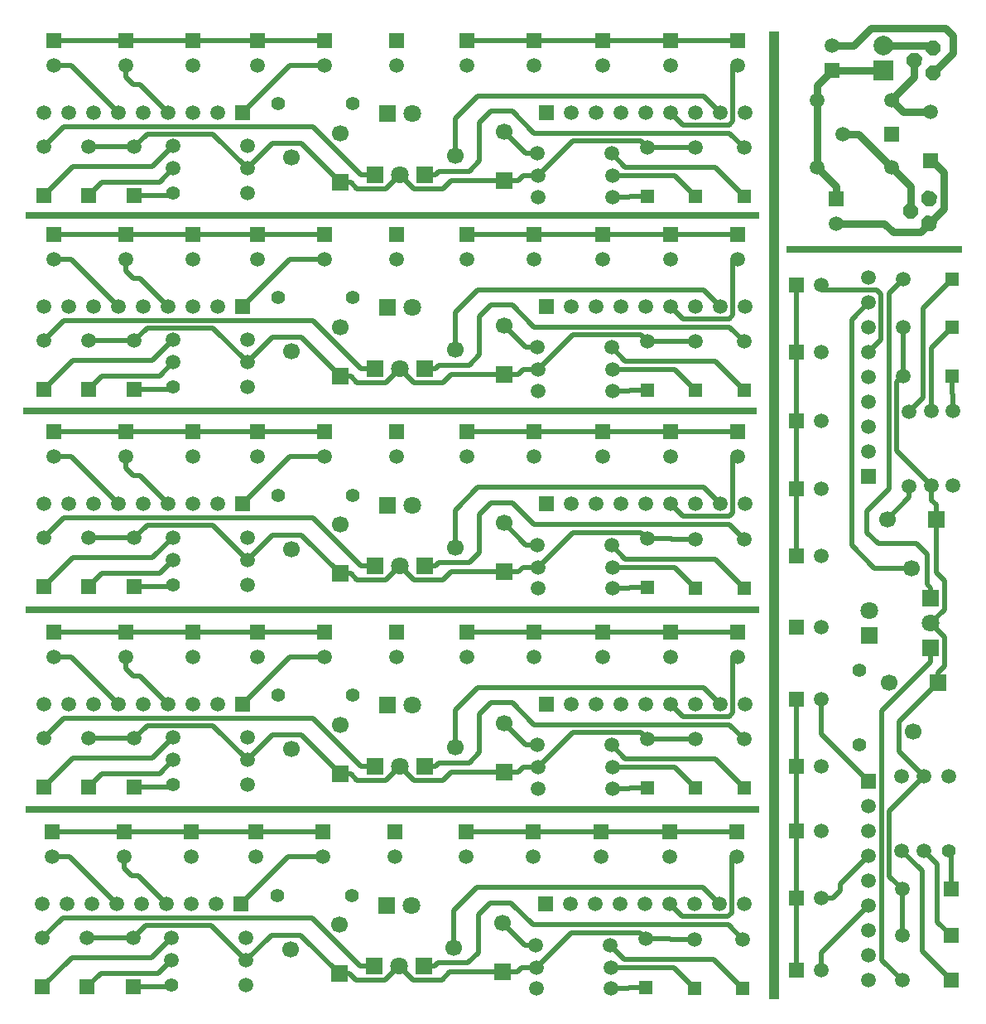
<source format=gbl>
G04 Layer_Physical_Order=2*
G04 Layer_Color=16711680*
%FSLAX25Y25*%
%MOIN*%
G70*
G01*
G75*
%ADD10C,0.03000*%
%ADD11C,0.02000*%
%ADD12R,0.70866X0.02756*%
%ADD13R,2.95276X0.02756*%
%ADD14R,2.95276X0.03150*%
%ADD15R,0.03937X3.89764*%
%ADD16R,0.05905X0.05905*%
%ADD17C,0.05905*%
%ADD18R,0.05905X0.05905*%
%ADD19C,0.07874*%
%ADD20R,0.07874X0.07874*%
%ADD21R,0.05315X0.05315*%
%ADD22R,0.06693X0.06693*%
%ADD23C,0.06693*%
%ADD24C,0.05512*%
%ADD25R,0.07087X0.07087*%
%ADD26C,0.07087*%
%ADD27R,0.05315X0.05315*%
%ADD28R,0.06693X0.06693*%
%ADD29R,0.07087X0.07087*%
G36*
X370958Y388928D02*
X372664Y387066D01*
X372554Y384542D01*
X370692Y382836D01*
X368168Y382946D01*
X366462Y384808D01*
X366572Y387332D01*
X368434Y389038D01*
X370958Y388928D01*
D02*
G37*
G36*
X363458Y383928D02*
X365164Y382066D01*
X365054Y379542D01*
X363192Y377836D01*
X360668Y377946D01*
X358962Y379808D01*
X359072Y382332D01*
X360934Y384038D01*
X363458Y383928D01*
D02*
G37*
G36*
X370958Y378928D02*
X372664Y377066D01*
X372554Y374542D01*
X370692Y372836D01*
X368168Y372946D01*
X366462Y374808D01*
X366572Y377332D01*
X368434Y379038D01*
X370958Y378928D01*
D02*
G37*
G36*
X369458Y328428D02*
X371164Y326566D01*
X371054Y324042D01*
X369192Y322336D01*
X366668Y322446D01*
X364962Y324308D01*
X365072Y326832D01*
X366934Y328538D01*
X369458Y328428D01*
D02*
G37*
G36*
X361958Y323428D02*
X363664Y321566D01*
X363554Y319042D01*
X361692Y317336D01*
X359168Y317446D01*
X357462Y319308D01*
X357572Y321832D01*
X359434Y323538D01*
X361958Y323428D01*
D02*
G37*
G36*
X369458Y318428D02*
X371164Y316566D01*
X371054Y314042D01*
X369192Y312336D01*
X366668Y312446D01*
X364962Y314308D01*
X365072Y316832D01*
X366934Y318538D01*
X369458Y318428D01*
D02*
G37*
D10*
X323063Y337937D02*
Y364937D01*
Y370937D01*
X329063Y376937D01*
X333221Y351437D02*
X339563D01*
X353063Y337937D01*
X330563Y315437D02*
X350063D01*
X353563Y311937D01*
X364563D01*
X368063Y315437D01*
X360563Y320437D02*
Y330437D01*
X353063Y337937D02*
X360563Y330437D01*
X368063Y315437D02*
X374063Y321437D01*
Y335937D01*
X369406Y340595D02*
X374063Y335937D01*
X368563Y340595D02*
X369406D01*
X357720Y360279D02*
X368563D01*
X353063Y364937D02*
X357720Y360279D01*
X329063Y386937D02*
X337563D01*
X377563Y383937D02*
Y390937D01*
X369563Y375937D02*
X377563Y383937D01*
X353063Y364937D02*
Y365437D01*
X362063Y374437D01*
Y380937D01*
X329063Y376937D02*
X349563D01*
Y386937D02*
X368563D01*
X369563Y385937D01*
X323063Y337937D02*
X330563Y330437D01*
Y325437D02*
Y330437D01*
X374563Y393937D02*
X377563Y390937D01*
X344563Y393937D02*
X374563D01*
X337563Y386937D02*
X344563Y393937D01*
D11*
X376843Y47500D02*
Y62157D01*
X314500Y71000D02*
Y97000D01*
Y44000D02*
Y71000D01*
Y97000D02*
Y124000D01*
Y15000D02*
Y44000D01*
X370843Y196343D02*
Y202200D01*
X369000Y204043D02*
X370843Y202200D01*
X369000Y204043D02*
Y210000D01*
X357157Y29000D02*
Y47500D01*
X357500Y254000D02*
Y263600D01*
X357657Y263757D01*
Y273500D01*
X314500Y181500D02*
Y208500D01*
Y236000D01*
Y263500D01*
Y290500D01*
X377500Y240000D02*
Y246800D01*
X377185Y247115D02*
X377500Y246800D01*
X377185Y247115D02*
Y254000D01*
X370843Y175057D02*
Y196343D01*
Y175057D02*
X374100Y171800D01*
Y160100D02*
Y171800D01*
X368500Y154500D02*
X374100Y160100D01*
X371500Y130500D02*
Y134600D01*
X374100Y137200D01*
Y148900D01*
X368500Y154500D02*
X374100Y148900D01*
X368500Y164500D02*
Y168800D01*
X367100Y170200D02*
X368500Y168800D01*
X367100Y170200D02*
Y182400D01*
X363000Y186500D02*
X367100Y182400D01*
X347600Y186500D02*
X363000D01*
X343000Y191100D02*
X347600Y186500D01*
X343000Y191100D02*
Y199700D01*
X351800Y208500D01*
Y287143D01*
X357657Y293000D01*
X351157Y196343D02*
X360000Y205185D01*
Y209600D01*
X352047Y79047D02*
X366000Y93000D01*
X352047Y52610D02*
Y79047D01*
Y52610D02*
X357157Y47500D01*
X349047Y19110D02*
X357157Y11000D01*
X349047Y19110D02*
Y119447D01*
X368500Y138900D01*
Y144500D01*
X357000Y63000D02*
X365100Y54900D01*
Y22743D02*
Y54900D01*
Y22743D02*
X376843Y11000D01*
X371400Y34443D02*
X376843Y29000D01*
X371400Y34443D02*
Y57600D01*
X366000Y63000D02*
X371400Y57600D01*
X324500Y110000D02*
X343500Y91000D01*
X324500Y110000D02*
Y124000D01*
X346000Y176657D02*
X361000D01*
X336800Y185857D02*
X346000Y176657D01*
X336800Y185857D02*
Y276800D01*
X343500Y283500D01*
X332100Y49600D02*
X343500Y61000D01*
X332100Y47000D02*
Y49600D01*
X329100Y44000D02*
X332100Y47000D01*
X324500Y44000D02*
X329100D01*
X324500Y15000D02*
Y22000D01*
X343500Y41000D01*
Y263500D02*
X348500Y268500D01*
Y287000D01*
X347000Y288500D02*
X348500Y287000D01*
X324500Y288500D02*
Y290500D01*
X369000Y240000D02*
Y265157D01*
X377343Y273500D01*
X355900Y103100D02*
X366000Y93000D01*
X355900Y103100D02*
Y114900D01*
X371500Y130500D01*
X355000Y251500D02*
X357500Y254000D01*
X355000Y224000D02*
Y251500D01*
Y224000D02*
X369000Y210000D01*
X365600Y281257D02*
X377343Y293000D01*
X365600Y245200D02*
Y281257D01*
X360000Y239600D02*
X365600Y245200D01*
X376000Y63000D02*
X376843Y62157D01*
X324500Y288500D02*
X347000D01*
X48000Y326657D02*
X62657D01*
X71500Y389000D02*
X97500D01*
X44500D02*
X71500D01*
X97500D02*
X124500D01*
X15500D02*
X44500D01*
X196843Y332657D02*
X202700D01*
X204543Y334500D01*
X210500D01*
X29500Y346343D02*
X48000D01*
X254500Y346000D02*
X264100D01*
X264257Y345843D01*
X274000D01*
X182000Y389000D02*
X209000D01*
X236500D01*
X264000D01*
X291000D01*
X240500Y326000D02*
X247300D01*
X247615Y326315D01*
X254500D01*
X175557Y332657D02*
X196843D01*
X172300Y329400D02*
X175557Y332657D01*
X160600Y329400D02*
X172300D01*
X155000Y335000D02*
X160600Y329400D01*
X131000Y332000D02*
X135100D01*
X137700Y329400D01*
X149400D01*
X155000Y335000D01*
X165000D02*
X169300D01*
X170700Y336400D01*
X182900D01*
X187000Y340500D01*
Y355900D01*
X191600Y360500D01*
X200200D01*
X209000Y351700D01*
X287643D01*
X293500Y345843D01*
X196843Y352343D02*
X205685Y343500D01*
X210100D01*
X79547Y351453D02*
X93500Y337500D01*
X53110Y351453D02*
X79547D01*
X48000Y346343D02*
X53110Y351453D01*
X11500Y346343D02*
X19610Y354453D01*
X119947D01*
X139400Y335000D01*
X145000D01*
X55400Y338400D02*
X63500Y346500D01*
X23243Y338400D02*
X55400D01*
X11500Y326657D02*
X23243Y338400D01*
X29500Y326657D02*
X34943Y332100D01*
X58100D01*
X63500Y337500D01*
X91500Y360000D02*
X110500Y379000D01*
X124500D01*
X177157Y342500D02*
Y357500D01*
X186357Y366700D01*
X277300D01*
X284000Y360000D01*
X50100Y371400D02*
X61500Y360000D01*
X47500Y371400D02*
X50100D01*
X44500Y374400D02*
X47500Y371400D01*
X44500Y374400D02*
Y379000D01*
X15500D02*
X22500D01*
X41500Y360000D01*
X264000D02*
X269000Y355000D01*
X287500D01*
X289000Y356500D01*
Y379000D02*
X291000D01*
X240500Y334500D02*
X265657D01*
X274000Y326157D01*
X93500Y337500D02*
X103600Y347600D01*
X115400D01*
X131000Y332000D01*
X252000Y348500D02*
X254500Y346000D01*
X224500Y348500D02*
X252000D01*
X210500Y334500D02*
X224500Y348500D01*
X281757Y337900D02*
X293500Y326157D01*
X245700Y337900D02*
X281757D01*
X240100Y343500D02*
X245700Y337900D01*
X62657Y326657D02*
X63500Y327500D01*
X289000Y356500D02*
Y379000D01*
X48000Y248657D02*
X62657D01*
X71500Y311000D02*
X97500D01*
X44500D02*
X71500D01*
X97500D02*
X124500D01*
X15500D02*
X44500D01*
X196843Y254657D02*
X202700D01*
X204543Y256500D01*
X210500D01*
X29500Y268343D02*
X48000D01*
X254500Y268000D02*
X264100D01*
X264257Y267843D01*
X274000D01*
X182000Y311000D02*
X209000D01*
X236500D01*
X264000D01*
X291000D01*
X240500Y248000D02*
X247300D01*
X247615Y248315D01*
X254500D01*
X175557Y254657D02*
X196843D01*
X172300Y251400D02*
X175557Y254657D01*
X160600Y251400D02*
X172300D01*
X155000Y257000D02*
X160600Y251400D01*
X131000Y254000D02*
X135100D01*
X137700Y251400D01*
X149400D01*
X155000Y257000D01*
X165000D02*
X169300D01*
X170700Y258400D01*
X182900D01*
X187000Y262500D01*
Y277900D01*
X191600Y282500D01*
X200200D01*
X209000Y273700D01*
X287643D01*
X293500Y267843D01*
X196843Y274343D02*
X205685Y265500D01*
X210100D01*
X79547Y273453D02*
X93500Y259500D01*
X53110Y273453D02*
X79547D01*
X48000Y268343D02*
X53110Y273453D01*
X11500Y268343D02*
X19610Y276453D01*
X119947D01*
X139400Y257000D01*
X145000D01*
X55400Y260400D02*
X63500Y268500D01*
X23243Y260400D02*
X55400D01*
X11500Y248657D02*
X23243Y260400D01*
X29500Y248657D02*
X34943Y254100D01*
X58100D01*
X63500Y259500D01*
X91500Y282000D02*
X110500Y301000D01*
X124500D01*
X177157Y264500D02*
Y279500D01*
X186357Y288700D01*
X277300D01*
X284000Y282000D01*
X50100Y293400D02*
X61500Y282000D01*
X47500Y293400D02*
X50100D01*
X44500Y296400D02*
X47500Y293400D01*
X44500Y296400D02*
Y301000D01*
X15500D02*
X22500D01*
X41500Y282000D01*
X264000D02*
X269000Y277000D01*
X287500D01*
X289000Y278500D01*
Y301000D02*
X291000D01*
X240500Y256500D02*
X265657D01*
X274000Y248157D01*
X93500Y259500D02*
X103600Y269600D01*
X115400D01*
X131000Y254000D01*
X252000Y270500D02*
X254500Y268000D01*
X224500Y270500D02*
X252000D01*
X210500Y256500D02*
X224500Y270500D01*
X281757Y259900D02*
X293500Y248157D01*
X245700Y259900D02*
X281757D01*
X240100Y265500D02*
X245700Y259900D01*
X62657Y248657D02*
X63500Y249500D01*
X289000Y278500D02*
Y301000D01*
X48000Y169157D02*
X62657D01*
X71500Y231500D02*
X97500D01*
X44500D02*
X71500D01*
X97500D02*
X124500D01*
X15500D02*
X44500D01*
X196843Y175157D02*
X202700D01*
X204543Y177000D01*
X210500D01*
X29500Y188843D02*
X48000D01*
X254500Y188500D02*
X264100D01*
X264257Y188343D01*
X274000D01*
X182000Y231500D02*
X209000D01*
X236500D01*
X264000D01*
X291000D01*
X240500Y168500D02*
X247300D01*
X247615Y168815D01*
X254500D01*
X175557Y175157D02*
X196843D01*
X172300Y171900D02*
X175557Y175157D01*
X160600Y171900D02*
X172300D01*
X155000Y177500D02*
X160600Y171900D01*
X131000Y174500D02*
X135100D01*
X137700Y171900D01*
X149400D01*
X155000Y177500D01*
X165000D02*
X169300D01*
X170700Y178900D01*
X182900D01*
X187000Y183000D01*
Y198400D01*
X191600Y203000D01*
X200200D01*
X209000Y194200D01*
X287643D01*
X293500Y188343D01*
X196843Y194843D02*
X205685Y186000D01*
X210100D01*
X79547Y193953D02*
X93500Y180000D01*
X53110Y193953D02*
X79547D01*
X48000Y188843D02*
X53110Y193953D01*
X11500Y188843D02*
X19610Y196953D01*
X119947D01*
X139400Y177500D01*
X145000D01*
X55400Y180900D02*
X63500Y189000D01*
X23243Y180900D02*
X55400D01*
X11500Y169157D02*
X23243Y180900D01*
X29500Y169157D02*
X34943Y174600D01*
X58100D01*
X63500Y180000D01*
X91500Y202500D02*
X110500Y221500D01*
X124500D01*
X177157Y185000D02*
Y200000D01*
X186357Y209200D01*
X277300D01*
X284000Y202500D01*
X50100Y213900D02*
X61500Y202500D01*
X47500Y213900D02*
X50100D01*
X44500Y216900D02*
X47500Y213900D01*
X44500Y216900D02*
Y221500D01*
X15500D02*
X22500D01*
X41500Y202500D01*
X264000D02*
X269000Y197500D01*
X287500D01*
X289000Y199000D01*
Y221500D02*
X291000D01*
X240500Y177000D02*
X265657D01*
X274000Y168657D01*
X93500Y180000D02*
X103600Y190100D01*
X115400D01*
X131000Y174500D01*
X252000Y191000D02*
X254500Y188500D01*
X224500Y191000D02*
X252000D01*
X210500Y177000D02*
X224500Y191000D01*
X281757Y180400D02*
X293500Y168657D01*
X245700Y180400D02*
X281757D01*
X240100Y186000D02*
X245700Y180400D01*
X62657Y169157D02*
X63500Y170000D01*
X289000Y199000D02*
Y221500D01*
X48000Y88657D02*
X62657D01*
X71500Y151000D02*
X97500D01*
X44500D02*
X71500D01*
X97500D02*
X124500D01*
X15500D02*
X44500D01*
X196843Y94657D02*
X202700D01*
X204543Y96500D01*
X210500D01*
X29500Y108343D02*
X48000D01*
X254500Y108000D02*
X264100D01*
X264257Y107843D01*
X274000D01*
X182000Y151000D02*
X209000D01*
X236500D01*
X264000D01*
X291000D01*
X240500Y88000D02*
X247300D01*
X247615Y88315D01*
X254500D01*
X175557Y94657D02*
X196843D01*
X172300Y91400D02*
X175557Y94657D01*
X160600Y91400D02*
X172300D01*
X155000Y97000D02*
X160600Y91400D01*
X131000Y94000D02*
X135100D01*
X137700Y91400D01*
X149400D01*
X155000Y97000D01*
X165000D02*
X169300D01*
X170700Y98400D01*
X182900D01*
X187000Y102500D01*
Y117900D01*
X191600Y122500D01*
X200200D01*
X209000Y113700D01*
X287643D01*
X293500Y107843D01*
X196843Y114343D02*
X205685Y105500D01*
X210100D01*
X79547Y113453D02*
X93500Y99500D01*
X53110Y113453D02*
X79547D01*
X48000Y108343D02*
X53110Y113453D01*
X11500Y108343D02*
X19610Y116453D01*
X119947D01*
X139400Y97000D01*
X145000D01*
X55400Y100400D02*
X63500Y108500D01*
X23243Y100400D02*
X55400D01*
X11500Y88657D02*
X23243Y100400D01*
X29500Y88657D02*
X34943Y94100D01*
X58100D01*
X63500Y99500D01*
X91500Y122000D02*
X110500Y141000D01*
X124500D01*
X177157Y104500D02*
Y119500D01*
X186357Y128700D01*
X277300D01*
X284000Y122000D01*
X50100Y133400D02*
X61500Y122000D01*
X47500Y133400D02*
X50100D01*
X44500Y136400D02*
X47500Y133400D01*
X44500Y136400D02*
Y141000D01*
X15500D02*
X22500D01*
X41500Y122000D01*
X264000D02*
X269000Y117000D01*
X287500D01*
X289000Y118500D01*
Y141000D02*
X291000D01*
X240500Y96500D02*
X265657D01*
X274000Y88157D01*
X93500Y99500D02*
X103600Y109600D01*
X115400D01*
X131000Y94000D01*
X252000Y110500D02*
X254500Y108000D01*
X224500Y110500D02*
X252000D01*
X210500Y96500D02*
X224500Y110500D01*
X281757Y99900D02*
X293500Y88157D01*
X245700Y99900D02*
X281757D01*
X240100Y105500D02*
X245700Y99900D01*
X62657Y88657D02*
X63500Y89500D01*
X289000Y118500D02*
Y141000D01*
X288500Y38000D02*
Y60500D01*
X62157Y8157D02*
X63000Y9000D01*
X239600Y25000D02*
X245200Y19400D01*
X281257D01*
X293000Y7657D01*
X210000Y16000D02*
X224000Y30000D01*
X251500D01*
X254000Y27500D01*
X114900Y29100D02*
X130500Y13500D01*
X103100Y29100D02*
X114900D01*
X93000Y19000D02*
X103100Y29100D01*
X265157Y16000D02*
X273500Y7657D01*
X240000Y16000D02*
X265157D01*
X288500Y60500D02*
X290500D01*
X287000Y36500D02*
X288500Y38000D01*
X268500Y36500D02*
X287000D01*
X263500Y41500D02*
X268500Y36500D01*
X22000Y60500D02*
X41000Y41500D01*
X15000Y60500D02*
X22000D01*
X44000Y55900D02*
Y60500D01*
Y55900D02*
X47000Y52900D01*
X49600D01*
X61000Y41500D01*
X276800Y48200D02*
X283500Y41500D01*
X185857Y48200D02*
X276800D01*
X176657Y39000D02*
X185857Y48200D01*
X176657Y24000D02*
Y39000D01*
X110000Y60500D02*
X124000D01*
X91000Y41500D02*
X110000Y60500D01*
X57600Y13600D02*
X63000Y19000D01*
X34443Y13600D02*
X57600D01*
X29000Y8157D02*
X34443Y13600D01*
X11000Y8157D02*
X22743Y19900D01*
X54900D01*
X63000Y28000D01*
X138900Y16500D02*
X144500D01*
X119447Y35953D02*
X138900Y16500D01*
X19110Y35953D02*
X119447D01*
X11000Y27843D02*
X19110Y35953D01*
X47500Y27843D02*
X52610Y32953D01*
X79047D01*
X93000Y19000D01*
X205185Y25000D02*
X209600D01*
X196343Y33843D02*
X205185Y25000D01*
X287143Y33200D02*
X293000Y27343D01*
X208500Y33200D02*
X287143D01*
X199700Y42000D02*
X208500Y33200D01*
X191100Y42000D02*
X199700D01*
X186500Y37400D02*
X191100Y42000D01*
X186500Y22000D02*
Y37400D01*
X182400Y17900D02*
X186500Y22000D01*
X170200Y17900D02*
X182400D01*
X168800Y16500D02*
X170200Y17900D01*
X164500Y16500D02*
X168800D01*
X148900Y10900D02*
X154500Y16500D01*
X137200Y10900D02*
X148900D01*
X134600Y13500D02*
X137200Y10900D01*
X130500Y13500D02*
X134600D01*
X154500Y16500D02*
X160100Y10900D01*
X171800D01*
X175057Y14157D01*
X196343D01*
X247115Y7815D02*
X254000D01*
X246800Y7500D02*
X247115Y7815D01*
X240000Y7500D02*
X246800D01*
X263500Y70500D02*
X290500D01*
X236000D02*
X263500D01*
X208500D02*
X236000D01*
X181500D02*
X208500D01*
X263757Y27343D02*
X273500D01*
X263600Y27500D02*
X263757Y27343D01*
X254000Y27500D02*
X263600D01*
X29000Y27843D02*
X47500D01*
X204043Y16000D02*
X210000D01*
X202200Y14157D02*
X204043Y16000D01*
X196343Y14157D02*
X202200D01*
X15000Y70500D02*
X44000D01*
X97000D02*
X124000D01*
X44000D02*
X71000D01*
X97000D01*
X47500Y8157D02*
X62157D01*
D12*
X346000Y305000D02*
D03*
D13*
X152000Y318500D02*
D03*
D14*
X151000Y240000D02*
D03*
X152000Y160000D02*
D03*
Y79500D02*
D03*
D15*
X305500Y198000D02*
D03*
D16*
X368563Y340595D02*
D03*
X330563Y325437D02*
D03*
X329063Y376937D02*
D03*
X343500Y91000D02*
D03*
Y213500D02*
D03*
X124500Y389000D02*
D03*
X97500D02*
D03*
X71500D02*
D03*
X44500D02*
D03*
X15500D02*
D03*
X182000D02*
D03*
X11500Y326657D02*
D03*
X209000Y389000D02*
D03*
X236500D02*
D03*
X29500Y326657D02*
D03*
X264000Y389000D02*
D03*
X291000D02*
D03*
X48000Y326657D02*
D03*
X153500Y389000D02*
D03*
X124500Y311000D02*
D03*
X97500D02*
D03*
X71500D02*
D03*
X44500D02*
D03*
X15500D02*
D03*
X182000D02*
D03*
X11500Y248657D02*
D03*
X209000Y311000D02*
D03*
X236500D02*
D03*
X29500Y248657D02*
D03*
X264000Y311000D02*
D03*
X291000D02*
D03*
X48000Y248657D02*
D03*
X153500Y311000D02*
D03*
X124500Y231500D02*
D03*
X97500D02*
D03*
X71500D02*
D03*
X44500D02*
D03*
X15500D02*
D03*
X182000D02*
D03*
X11500Y169157D02*
D03*
X209000Y231500D02*
D03*
X236500D02*
D03*
X29500Y169157D02*
D03*
X264000Y231500D02*
D03*
X291000D02*
D03*
X48000Y169157D02*
D03*
X153500Y231500D02*
D03*
X124500Y151000D02*
D03*
X97500D02*
D03*
X71500D02*
D03*
X44500D02*
D03*
X15500D02*
D03*
X182000D02*
D03*
X11500Y88657D02*
D03*
X209000Y151000D02*
D03*
X236500D02*
D03*
X29500Y88657D02*
D03*
X264000Y151000D02*
D03*
X291000D02*
D03*
X48000Y88657D02*
D03*
X153500Y151000D02*
D03*
X29000Y8157D02*
D03*
X47500D02*
D03*
X153000Y70500D02*
D03*
X124000D02*
D03*
X97000D02*
D03*
X71000D02*
D03*
X44000D02*
D03*
X15000D02*
D03*
X290500D02*
D03*
X263500D02*
D03*
X236000D02*
D03*
X208500D02*
D03*
X181500D02*
D03*
X11000Y8157D02*
D03*
D17*
X368563Y360279D02*
D03*
X333221Y351437D02*
D03*
X330563Y315437D02*
D03*
X329063Y386937D02*
D03*
X368063Y315437D02*
D03*
X360563Y320437D02*
D03*
X368063Y325437D02*
D03*
X369563Y375937D02*
D03*
X362063Y380937D02*
D03*
X369563Y385937D02*
D03*
X353063Y337937D02*
D03*
X323063D02*
D03*
X353063Y364937D02*
D03*
X323063D02*
D03*
X324500Y124000D02*
D03*
Y97000D02*
D03*
Y71000D02*
D03*
Y44000D02*
D03*
Y15000D02*
D03*
Y181500D02*
D03*
X357157Y11000D02*
D03*
X357657Y293000D02*
D03*
X357000Y93000D02*
D03*
Y63000D02*
D03*
X360000Y209600D02*
D03*
Y239600D02*
D03*
X324500Y208500D02*
D03*
Y236000D02*
D03*
X357157Y29000D02*
D03*
X357657Y273500D02*
D03*
X324500Y263500D02*
D03*
Y290500D02*
D03*
X366000Y63000D02*
D03*
Y93000D02*
D03*
X369000Y240000D02*
D03*
Y210000D02*
D03*
X357157Y47500D02*
D03*
X357500Y254000D02*
D03*
X376000Y93000D02*
D03*
X377500Y210000D02*
D03*
Y240000D02*
D03*
X343500Y71000D02*
D03*
Y61000D02*
D03*
Y51000D02*
D03*
Y41000D02*
D03*
Y31000D02*
D03*
Y21000D02*
D03*
Y11000D02*
D03*
Y81000D02*
D03*
Y233500D02*
D03*
Y243500D02*
D03*
Y253500D02*
D03*
Y263500D02*
D03*
Y273500D02*
D03*
Y283500D02*
D03*
Y293500D02*
D03*
Y223500D02*
D03*
X324500Y153000D02*
D03*
X124500Y379000D02*
D03*
X97500D02*
D03*
X71500D02*
D03*
X44500D02*
D03*
X15500D02*
D03*
X182000D02*
D03*
X11500Y346343D02*
D03*
X293500Y345843D02*
D03*
X93500Y346500D02*
D03*
X63500D02*
D03*
X210100Y343500D02*
D03*
X240100D02*
D03*
X209000Y379000D02*
D03*
X236500D02*
D03*
X29500Y346343D02*
D03*
X274000Y345843D02*
D03*
X264000Y379000D02*
D03*
X291000D02*
D03*
X63500Y337500D02*
D03*
X93500D02*
D03*
X240500Y334500D02*
D03*
X210500D02*
D03*
X48000Y346343D02*
D03*
X254500Y346000D02*
D03*
X93500Y327500D02*
D03*
X210500Y326000D02*
D03*
X240500D02*
D03*
X71500Y360000D02*
D03*
X61500D02*
D03*
X51500D02*
D03*
X41500D02*
D03*
X31500D02*
D03*
X21500D02*
D03*
X11500D02*
D03*
X81500D02*
D03*
X234000D02*
D03*
X244000D02*
D03*
X254000D02*
D03*
X264000D02*
D03*
X274000D02*
D03*
X284000D02*
D03*
X294000D02*
D03*
X224000D02*
D03*
X153500Y379000D02*
D03*
X124500Y301000D02*
D03*
X97500D02*
D03*
X71500D02*
D03*
X44500D02*
D03*
X15500D02*
D03*
X182000D02*
D03*
X11500Y268343D02*
D03*
X293500Y267843D02*
D03*
X93500Y268500D02*
D03*
X63500D02*
D03*
X210100Y265500D02*
D03*
X240100D02*
D03*
X209000Y301000D02*
D03*
X236500D02*
D03*
X29500Y268343D02*
D03*
X274000Y267843D02*
D03*
X264000Y301000D02*
D03*
X291000D02*
D03*
X63500Y259500D02*
D03*
X93500D02*
D03*
X240500Y256500D02*
D03*
X210500D02*
D03*
X48000Y268343D02*
D03*
X254500Y268000D02*
D03*
X93500Y249500D02*
D03*
X210500Y248000D02*
D03*
X240500D02*
D03*
X71500Y282000D02*
D03*
X61500D02*
D03*
X51500D02*
D03*
X41500D02*
D03*
X31500D02*
D03*
X21500D02*
D03*
X11500D02*
D03*
X81500D02*
D03*
X234000D02*
D03*
X244000D02*
D03*
X254000D02*
D03*
X264000D02*
D03*
X274000D02*
D03*
X284000D02*
D03*
X294000D02*
D03*
X224000D02*
D03*
X153500Y301000D02*
D03*
X124500Y221500D02*
D03*
X97500D02*
D03*
X71500D02*
D03*
X44500D02*
D03*
X15500D02*
D03*
X182000D02*
D03*
X11500Y188843D02*
D03*
X293500Y188343D02*
D03*
X93500Y189000D02*
D03*
X63500D02*
D03*
X210100Y186000D02*
D03*
X240100D02*
D03*
X209000Y221500D02*
D03*
X236500D02*
D03*
X29500Y188843D02*
D03*
X274000Y188343D02*
D03*
X264000Y221500D02*
D03*
X291000D02*
D03*
X63500Y180000D02*
D03*
X93500D02*
D03*
X240500Y177000D02*
D03*
X210500D02*
D03*
X48000Y188843D02*
D03*
X254500Y188500D02*
D03*
X93500Y170000D02*
D03*
X210500Y168500D02*
D03*
X240500D02*
D03*
X71500Y202500D02*
D03*
X61500D02*
D03*
X51500D02*
D03*
X41500D02*
D03*
X31500D02*
D03*
X21500D02*
D03*
X11500D02*
D03*
X81500D02*
D03*
X234000D02*
D03*
X244000D02*
D03*
X254000D02*
D03*
X264000D02*
D03*
X274000D02*
D03*
X284000D02*
D03*
X294000D02*
D03*
X224000D02*
D03*
X153500Y221500D02*
D03*
X124500Y141000D02*
D03*
X97500D02*
D03*
X71500D02*
D03*
X44500D02*
D03*
X15500D02*
D03*
X182000D02*
D03*
X11500Y108343D02*
D03*
X293500Y107843D02*
D03*
X93500Y108500D02*
D03*
X63500D02*
D03*
X210100Y105500D02*
D03*
X240100D02*
D03*
X209000Y141000D02*
D03*
X236500D02*
D03*
X29500Y108343D02*
D03*
X274000Y107843D02*
D03*
X264000Y141000D02*
D03*
X291000D02*
D03*
X63500Y99500D02*
D03*
X93500D02*
D03*
X240500Y96500D02*
D03*
X210500D02*
D03*
X48000Y108343D02*
D03*
X254500Y108000D02*
D03*
X93500Y89500D02*
D03*
X210500Y88000D02*
D03*
X240500D02*
D03*
X71500Y122000D02*
D03*
X61500D02*
D03*
X51500D02*
D03*
X41500D02*
D03*
X31500D02*
D03*
X21500D02*
D03*
X11500D02*
D03*
X81500D02*
D03*
X234000D02*
D03*
X244000D02*
D03*
X254000D02*
D03*
X264000D02*
D03*
X274000D02*
D03*
X284000D02*
D03*
X294000D02*
D03*
X224000D02*
D03*
X153500Y141000D02*
D03*
X210000Y7500D02*
D03*
X240000D02*
D03*
X93000Y28000D02*
D03*
X63000D02*
D03*
X29000Y27843D02*
D03*
X47500D02*
D03*
X63000Y19000D02*
D03*
X93000D02*
D03*
Y9000D02*
D03*
X153000Y60500D02*
D03*
X124000D02*
D03*
X97000D02*
D03*
X71000D02*
D03*
X44000D02*
D03*
X15000D02*
D03*
X290500D02*
D03*
X263500D02*
D03*
X236000D02*
D03*
X208500D02*
D03*
X181500D02*
D03*
X233500Y41500D02*
D03*
X243500D02*
D03*
X253500D02*
D03*
X263500D02*
D03*
X273500D02*
D03*
X283500D02*
D03*
X293500D02*
D03*
X223500D02*
D03*
X254000Y27500D02*
D03*
X71000Y41500D02*
D03*
X61000D02*
D03*
X51000D02*
D03*
X41000D02*
D03*
X31000D02*
D03*
X21000D02*
D03*
X11000D02*
D03*
X81000D02*
D03*
X240000Y16000D02*
D03*
X210000D02*
D03*
X273500Y27343D02*
D03*
X209600Y25000D02*
D03*
X239600D02*
D03*
X293000Y27343D02*
D03*
X11000Y27843D02*
D03*
D18*
X352906Y351437D02*
D03*
X314500Y124000D02*
D03*
Y97000D02*
D03*
Y71000D02*
D03*
Y44000D02*
D03*
Y15000D02*
D03*
Y181500D02*
D03*
X376843Y11000D02*
D03*
X314500Y208500D02*
D03*
Y236000D02*
D03*
X376843Y29000D02*
D03*
X314500Y263500D02*
D03*
Y290500D02*
D03*
X376843Y47500D02*
D03*
X314500Y153000D02*
D03*
X91500Y360000D02*
D03*
X214000D02*
D03*
X91500Y282000D02*
D03*
X214000D02*
D03*
X91500Y202500D02*
D03*
X214000D02*
D03*
X91500Y122000D02*
D03*
X214000D02*
D03*
X213500Y41500D02*
D03*
X91000D02*
D03*
D19*
X349563Y386937D02*
D03*
D20*
Y376937D02*
D03*
D21*
X377343Y293000D02*
D03*
Y273500D02*
D03*
X377185Y254000D02*
D03*
D22*
X371500Y130500D02*
D03*
X370843Y196343D02*
D03*
D23*
X361657Y110815D02*
D03*
X351815Y130500D02*
D03*
X361000Y176657D02*
D03*
X351157Y196343D02*
D03*
X111315Y341843D02*
D03*
X131000Y351685D02*
D03*
X177157Y342500D02*
D03*
X196843Y352343D02*
D03*
X111315Y263843D02*
D03*
X131000Y273685D02*
D03*
X177157Y264500D02*
D03*
X196843Y274343D02*
D03*
X111315Y184343D02*
D03*
X131000Y194185D02*
D03*
X177157Y185000D02*
D03*
X196843Y194843D02*
D03*
X111315Y103843D02*
D03*
X131000Y113685D02*
D03*
X177157Y104500D02*
D03*
X196843Y114343D02*
D03*
X176657Y24000D02*
D03*
X196343Y33843D02*
D03*
X110815Y23343D02*
D03*
X130500Y33185D02*
D03*
D24*
X376000Y63000D02*
D03*
X340000Y135500D02*
D03*
Y105500D02*
D03*
X63500Y327500D02*
D03*
X136000Y363500D02*
D03*
X106000D02*
D03*
X63500Y249500D02*
D03*
X136000Y285500D02*
D03*
X106000D02*
D03*
X63500Y170000D02*
D03*
X136000Y206000D02*
D03*
X106000D02*
D03*
X63500Y89500D02*
D03*
X136000Y125500D02*
D03*
X106000D02*
D03*
X135500Y45000D02*
D03*
X105500D02*
D03*
X63000Y9000D02*
D03*
D25*
X368500Y144500D02*
D03*
Y164500D02*
D03*
X344000Y149500D02*
D03*
D26*
X368500Y154500D02*
D03*
X344000Y159500D02*
D03*
X155000Y335000D02*
D03*
X160000Y359500D02*
D03*
X155000Y257000D02*
D03*
X160000Y281500D02*
D03*
X155000Y177500D02*
D03*
X160000Y202000D02*
D03*
X155000Y97000D02*
D03*
X160000Y121500D02*
D03*
X154500Y16500D02*
D03*
X159500Y41000D02*
D03*
D27*
X293500Y326157D02*
D03*
X274000D02*
D03*
X254500Y326315D02*
D03*
X293500Y248157D02*
D03*
X274000D02*
D03*
X254500Y248315D02*
D03*
X293500Y168657D02*
D03*
X274000D02*
D03*
X254500Y168815D02*
D03*
X293500Y88157D02*
D03*
X274000D02*
D03*
X254500Y88315D02*
D03*
X254000Y7815D02*
D03*
X273500Y7657D02*
D03*
X293000D02*
D03*
D28*
X131000Y332000D02*
D03*
X196843Y332657D02*
D03*
X131000Y254000D02*
D03*
X196843Y254657D02*
D03*
X131000Y174500D02*
D03*
X196843Y175157D02*
D03*
X131000Y94000D02*
D03*
X196843Y94657D02*
D03*
X196343Y14157D02*
D03*
X130500Y13500D02*
D03*
D29*
X145000Y335000D02*
D03*
X165000D02*
D03*
X150000Y359500D02*
D03*
X145000Y257000D02*
D03*
X165000D02*
D03*
X150000Y281500D02*
D03*
X145000Y177500D02*
D03*
X165000D02*
D03*
X150000Y202000D02*
D03*
X145000Y97000D02*
D03*
X165000D02*
D03*
X150000Y121500D02*
D03*
X144500Y16500D02*
D03*
X164500D02*
D03*
X149500Y41000D02*
D03*
M02*

</source>
